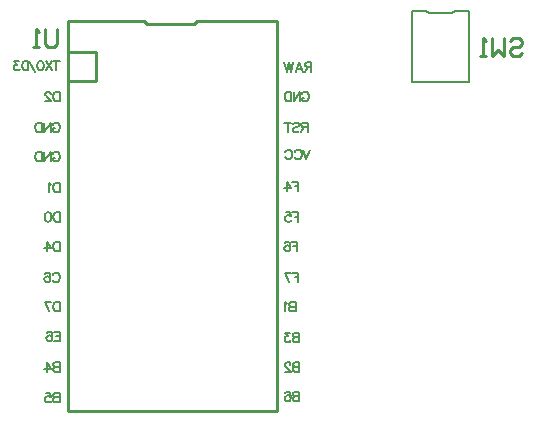
<source format=gbr>
%TF.GenerationSoftware,Altium Limited,Altium Designer,20.1.12 (249)*%
G04 Layer_Color=32896*
%FSLAX26Y26*%
%MOIN*%
%TF.SameCoordinates,D75832AC-A100-412D-90FB-EBA7F01B91C8*%
%TF.FilePolarity,Positive*%
%TF.FileFunction,Legend,Bot*%
%TF.Part,Single*%
G01*
G75*
%TA.AperFunction,NonConductor*%
%ADD19C,0.010000*%
%ADD20C,0.007874*%
%ADD21C,0.005906*%
D19*
X1257795Y3099213D02*
X1437795D01*
X739173Y1799213D02*
X1437795D01*
X739173Y3099213D02*
X907795D01*
X1005295Y3089213D02*
X1160295D01*
X739173Y1799213D02*
X739173Y3099213D01*
X1437795Y1799213D02*
X1437795Y3099213D01*
X1160295Y3089213D02*
X1170295Y3099213D01*
X1257795D01*
X995295D02*
X1005295Y3089213D01*
X907795Y3099213D02*
X995295D01*
X739173Y2997441D02*
X835630D01*
Y2901969D02*
Y2997441D01*
X740158Y2901969D02*
X835630D01*
X2213848Y3035348D02*
X2223845Y3045345D01*
X2243839D01*
X2253836Y3035348D01*
Y3025351D01*
X2243839Y3015354D01*
X2223845D01*
X2213848Y3005358D01*
Y2995361D01*
X2223845Y2985364D01*
X2243839D01*
X2253836Y2995361D01*
X2193855Y3045345D02*
Y2985364D01*
X2173861Y3005358D01*
X2153868Y2985364D01*
Y3045345D01*
X2133874Y2985364D02*
X2113881D01*
X2123878D01*
Y3045345D01*
X2133874Y3035348D01*
X704554Y3073297D02*
Y3023314D01*
X694557Y3013317D01*
X674564D01*
X664567Y3023314D01*
Y3073297D01*
X644573Y3013317D02*
X624580D01*
X634577D01*
Y3073297D01*
X644573Y3063301D01*
D20*
X1888189Y2898032D02*
Y3134252D01*
Y2898032D02*
X2077165D01*
Y3134252D01*
X1943307Y3126378D02*
X2022047D01*
X1935433Y3134252D02*
X1943307Y3126378D01*
X1888189Y3134252D02*
X1935433D01*
X2022047Y3126378D02*
X2029921Y3134252D01*
X2077165D01*
D21*
X1503937Y2364560D02*
Y2333071D01*
Y2364560D02*
X1484444D01*
X1503937Y2349565D02*
X1491941D01*
X1462851Y2360062D02*
X1464351Y2363061D01*
X1468849Y2364560D01*
X1471848D01*
X1476346Y2363061D01*
X1479345Y2358562D01*
X1480845Y2351065D01*
Y2343567D01*
X1479345Y2337569D01*
X1476346Y2334570D01*
X1471848Y2333071D01*
X1470348D01*
X1465850Y2334570D01*
X1462851Y2337569D01*
X1461351Y2342068D01*
Y2343567D01*
X1462851Y2348066D01*
X1465850Y2351065D01*
X1470348Y2352564D01*
X1471848D01*
X1476346Y2351065D01*
X1479345Y2348066D01*
X1480845Y2343567D01*
X690106Y2754700D02*
X691606Y2757700D01*
X694605Y2760698D01*
X697604Y2762198D01*
X703602D01*
X706601Y2760698D01*
X709600Y2757700D01*
X711099Y2754700D01*
X712599Y2750202D01*
Y2742704D01*
X711099Y2738206D01*
X709600Y2735207D01*
X706601Y2732208D01*
X703602Y2730709D01*
X697604D01*
X694605Y2732208D01*
X691606Y2735207D01*
X690106Y2738206D01*
Y2742704D01*
X697604D02*
X690106D01*
X682909Y2762198D02*
Y2730709D01*
Y2762198D02*
X661916Y2730709D01*
Y2762198D02*
Y2730709D01*
X653219Y2762198D02*
Y2730709D01*
Y2762198D02*
X642722D01*
X638224Y2760698D01*
X635225Y2757700D01*
X633726Y2754700D01*
X632226Y2750202D01*
Y2742704D01*
X633726Y2738206D01*
X635225Y2735207D01*
X638224Y2732208D01*
X642722Y2730709D01*
X653219D01*
X1551181Y2962985D02*
Y2931496D01*
Y2962985D02*
X1537686D01*
X1533187Y2961486D01*
X1531688Y2959986D01*
X1530188Y2956987D01*
Y2953988D01*
X1531688Y2950989D01*
X1533187Y2949490D01*
X1537686Y2947990D01*
X1551181D01*
X1540685D02*
X1530188Y2931496D01*
X1499149D02*
X1511145Y2962985D01*
X1523141Y2931496D01*
X1518642Y2941992D02*
X1503647D01*
X1491801Y2962985D02*
X1484304Y2931496D01*
X1476806Y2962985D02*
X1484304Y2931496D01*
X1476806Y2962985D02*
X1469309Y2931496D01*
X1461811Y2962985D02*
X1469309Y2931496D01*
X1520815Y2857063D02*
X1522314Y2860062D01*
X1525313Y2863061D01*
X1528312Y2864560D01*
X1534310D01*
X1537309Y2863061D01*
X1540308Y2860062D01*
X1541808Y2857063D01*
X1543307Y2852564D01*
Y2845067D01*
X1541808Y2840568D01*
X1540308Y2837569D01*
X1537309Y2834570D01*
X1534310Y2833071D01*
X1528312D01*
X1525313Y2834570D01*
X1522314Y2837569D01*
X1520815Y2840568D01*
Y2845067D01*
X1528312D02*
X1520815D01*
X1513617Y2864560D02*
Y2833071D01*
Y2864560D02*
X1492624Y2833071D01*
Y2864560D02*
Y2833071D01*
X1483927Y2864560D02*
Y2833071D01*
Y2864560D02*
X1473431D01*
X1468932Y2863061D01*
X1465933Y2860062D01*
X1464434Y2857063D01*
X1462934Y2852564D01*
Y2845067D01*
X1464434Y2840568D01*
X1465933Y2837569D01*
X1468932Y2834570D01*
X1473431Y2833071D01*
X1483927D01*
X1539370Y2762198D02*
Y2730709D01*
Y2762198D02*
X1525875D01*
X1521376Y2760698D01*
X1519877Y2759199D01*
X1518377Y2756200D01*
Y2753201D01*
X1519877Y2750202D01*
X1521376Y2748702D01*
X1525875Y2747203D01*
X1539370D01*
X1528874D02*
X1518377Y2730709D01*
X1490337Y2757700D02*
X1493336Y2760698D01*
X1497834Y2762198D01*
X1503832D01*
X1508331Y2760698D01*
X1511330Y2757700D01*
Y2754700D01*
X1509830Y2751702D01*
X1508331Y2750202D01*
X1505332Y2748702D01*
X1496335Y2745704D01*
X1493336Y2744204D01*
X1491836Y2742704D01*
X1490337Y2739706D01*
Y2735207D01*
X1493336Y2732208D01*
X1497834Y2730709D01*
X1503832D01*
X1508331Y2732208D01*
X1511330Y2735207D01*
X1472793Y2762198D02*
Y2730709D01*
X1483289Y2762198D02*
X1462296D01*
X1547244Y2671647D02*
X1535248Y2640157D01*
X1523252Y2671647D02*
X1535248Y2640157D01*
X1496711Y2664149D02*
X1498211Y2667148D01*
X1501210Y2670147D01*
X1504209Y2671647D01*
X1510207D01*
X1513206Y2670147D01*
X1516205Y2667148D01*
X1517704Y2664149D01*
X1519204Y2659651D01*
Y2652153D01*
X1517704Y2647655D01*
X1516205Y2644656D01*
X1513206Y2641657D01*
X1510207Y2640157D01*
X1504209D01*
X1501210Y2641657D01*
X1498211Y2644656D01*
X1496711Y2647655D01*
X1465372Y2664149D02*
X1466871Y2667148D01*
X1469870Y2670147D01*
X1472869Y2671647D01*
X1478867D01*
X1481866Y2670147D01*
X1484865Y2667148D01*
X1486365Y2664149D01*
X1487864Y2659651D01*
Y2652153D01*
X1486365Y2647655D01*
X1484865Y2644656D01*
X1481866Y2641657D01*
X1478867Y2640157D01*
X1472869D01*
X1469870Y2641657D01*
X1466871Y2644656D01*
X1465372Y2647655D01*
X1507874Y2565348D02*
Y2533858D01*
Y2565348D02*
X1488381D01*
X1507874Y2550353D02*
X1495878D01*
X1469787Y2565348D02*
X1484782Y2544355D01*
X1462290D01*
X1469787Y2565348D02*
Y2533858D01*
X1507874Y2462985D02*
Y2431496D01*
Y2462985D02*
X1488381D01*
X1507874Y2447990D02*
X1495878D01*
X1466788Y2462985D02*
X1481783D01*
X1483282Y2449490D01*
X1481783Y2450989D01*
X1477284Y2452489D01*
X1472786D01*
X1468287Y2450989D01*
X1465289Y2447990D01*
X1463789Y2443492D01*
Y2440493D01*
X1465289Y2435994D01*
X1468287Y2432995D01*
X1472786Y2431496D01*
X1477284D01*
X1481783Y2432995D01*
X1483282Y2434495D01*
X1484782Y2437494D01*
X1507874Y2262198D02*
Y2230709D01*
Y2262198D02*
X1488381D01*
X1507874Y2247203D02*
X1495878D01*
X1463789Y2262198D02*
X1478784Y2230709D01*
X1484782Y2262198D02*
X1463789D01*
X1500000Y2163773D02*
Y2132283D01*
Y2163773D02*
X1486505D01*
X1482006Y2162273D01*
X1480507Y2160774D01*
X1479007Y2157775D01*
Y2154776D01*
X1480507Y2151777D01*
X1482006Y2150277D01*
X1486505Y2148778D01*
X1500000D02*
X1486505D01*
X1482006Y2147278D01*
X1480507Y2145779D01*
X1479007Y2142780D01*
Y2138281D01*
X1480507Y2135282D01*
X1482006Y2133783D01*
X1486505Y2132283D01*
X1500000D01*
X1471960Y2157775D02*
X1468961Y2159274D01*
X1464462Y2163773D01*
Y2132283D01*
X1511811Y2061410D02*
Y2029921D01*
Y2061410D02*
X1498316D01*
X1493817Y2059911D01*
X1492318Y2058412D01*
X1490818Y2055412D01*
Y2052414D01*
X1492318Y2049414D01*
X1493817Y2047915D01*
X1498316Y2046416D01*
X1511811D02*
X1498316D01*
X1493817Y2044916D01*
X1492318Y2043417D01*
X1490818Y2040418D01*
Y2035919D01*
X1492318Y2032920D01*
X1493817Y2031421D01*
X1498316Y2029921D01*
X1511811D01*
X1480772Y2061410D02*
X1464277D01*
X1473274Y2049414D01*
X1468776D01*
X1465777Y2047915D01*
X1464277Y2046416D01*
X1462778Y2041917D01*
Y2038918D01*
X1464277Y2034420D01*
X1467276Y2031421D01*
X1471775Y2029921D01*
X1476273D01*
X1480772Y2031421D01*
X1482271Y2032920D01*
X1483771Y2035919D01*
X1511811Y1962985D02*
Y1931496D01*
Y1962985D02*
X1498316D01*
X1493817Y1961486D01*
X1492318Y1959986D01*
X1490818Y1956987D01*
Y1953988D01*
X1492318Y1950989D01*
X1493817Y1949490D01*
X1498316Y1947990D01*
X1511811D02*
X1498316D01*
X1493817Y1946491D01*
X1492318Y1944991D01*
X1490818Y1941993D01*
Y1937494D01*
X1492318Y1934495D01*
X1493817Y1932995D01*
X1498316Y1931496D01*
X1511811D01*
X1482271Y1955488D02*
Y1956987D01*
X1480772Y1959986D01*
X1479272Y1961486D01*
X1476273Y1962985D01*
X1470275D01*
X1467276Y1961486D01*
X1465777Y1959986D01*
X1464277Y1956987D01*
Y1953988D01*
X1465777Y1950989D01*
X1468776Y1946491D01*
X1483771Y1931496D01*
X1462778D01*
X1511811Y1864560D02*
Y1833071D01*
Y1864560D02*
X1498316D01*
X1493817Y1863061D01*
X1492318Y1861561D01*
X1490818Y1858562D01*
Y1855563D01*
X1492318Y1852564D01*
X1493817Y1851065D01*
X1498316Y1849565D01*
X1511811D02*
X1498316D01*
X1493817Y1848066D01*
X1492318Y1846566D01*
X1490818Y1843567D01*
Y1839069D01*
X1492318Y1836070D01*
X1493817Y1834570D01*
X1498316Y1833071D01*
X1511811D01*
X1465777Y1860062D02*
X1467276Y1863061D01*
X1471775Y1864560D01*
X1474774D01*
X1479272Y1863061D01*
X1482271Y1858562D01*
X1483771Y1851065D01*
Y1843567D01*
X1482271Y1837569D01*
X1479272Y1834570D01*
X1474774Y1833071D01*
X1473274D01*
X1468776Y1834570D01*
X1465777Y1837569D01*
X1464277Y1842068D01*
Y1843567D01*
X1465777Y1848066D01*
X1468776Y1851065D01*
X1473274Y1852564D01*
X1474774D01*
X1479272Y1851065D01*
X1482271Y1848066D01*
X1483771Y1843567D01*
X712598Y2864560D02*
Y2833071D01*
Y2864560D02*
X702102D01*
X697604Y2863061D01*
X694605Y2860062D01*
X693105Y2857063D01*
X691606Y2852564D01*
Y2845067D01*
X693105Y2840568D01*
X694605Y2837569D01*
X697604Y2834570D01*
X702102Y2833071D01*
X712598D01*
X683058Y2857063D02*
Y2858562D01*
X681559Y2861561D01*
X680059Y2863061D01*
X677061Y2864560D01*
X671063D01*
X668064Y2863061D01*
X666564Y2861561D01*
X665065Y2858562D01*
Y2855563D01*
X666564Y2852564D01*
X669563Y2848066D01*
X684558Y2833071D01*
X663565D01*
X690106Y2656275D02*
X691606Y2659274D01*
X694605Y2662273D01*
X697604Y2663773D01*
X703602D01*
X706601Y2662273D01*
X709600Y2659274D01*
X711099Y2656275D01*
X712599Y2651777D01*
Y2644279D01*
X711099Y2639781D01*
X709600Y2636782D01*
X706601Y2633783D01*
X703602Y2632283D01*
X697604D01*
X694605Y2633783D01*
X691606Y2636782D01*
X690106Y2639781D01*
Y2644279D01*
X697604D02*
X690106D01*
X682909Y2663773D02*
Y2632283D01*
Y2663773D02*
X661916Y2632283D01*
Y2663773D02*
Y2632283D01*
X653219Y2663773D02*
Y2632283D01*
Y2663773D02*
X642722D01*
X638224Y2662273D01*
X635225Y2659274D01*
X633726Y2656275D01*
X632226Y2651777D01*
Y2644279D01*
X633726Y2639781D01*
X635225Y2636782D01*
X638224Y2633783D01*
X642722Y2632283D01*
X653219D01*
X712598Y2561410D02*
Y2529921D01*
Y2561410D02*
X702102D01*
X697604Y2559911D01*
X694605Y2556912D01*
X693105Y2553913D01*
X691606Y2549414D01*
Y2541917D01*
X693105Y2537419D01*
X694605Y2534420D01*
X697604Y2531421D01*
X702102Y2529921D01*
X712598D01*
X684558Y2555412D02*
X681559Y2556912D01*
X677061Y2561410D01*
Y2529921D01*
X712598Y2462985D02*
Y2431496D01*
Y2462985D02*
X702102D01*
X697604Y2461486D01*
X694605Y2458487D01*
X693105Y2455488D01*
X691606Y2450989D01*
Y2443492D01*
X693105Y2438994D01*
X694605Y2435994D01*
X697604Y2432995D01*
X702102Y2431496D01*
X712598D01*
X675561Y2462985D02*
X680059Y2461486D01*
X683058Y2456987D01*
X684558Y2449490D01*
Y2444991D01*
X683058Y2437494D01*
X680059Y2432995D01*
X675561Y2431496D01*
X672562D01*
X668064Y2432995D01*
X665065Y2437494D01*
X663565Y2444991D01*
Y2449490D01*
X665065Y2456987D01*
X668064Y2461486D01*
X672562Y2462985D01*
X675561D01*
X712599Y2364560D02*
Y2333071D01*
Y2364560D02*
X702102D01*
X697604Y2363061D01*
X694605Y2360062D01*
X693106Y2357063D01*
X691606Y2352564D01*
Y2345067D01*
X693106Y2340568D01*
X694605Y2337569D01*
X697604Y2334570D01*
X702102Y2333071D01*
X712599D01*
X669563Y2364560D02*
X684558Y2343567D01*
X662066D01*
X669563Y2364560D02*
Y2333071D01*
X690106Y2254700D02*
X691606Y2257700D01*
X694605Y2260698D01*
X697604Y2262198D01*
X703601D01*
X706601Y2260698D01*
X709600Y2257700D01*
X711099Y2254700D01*
X712598Y2250202D01*
Y2242704D01*
X711099Y2238206D01*
X709600Y2235207D01*
X706601Y2232208D01*
X703601Y2230709D01*
X697604D01*
X694605Y2232208D01*
X691606Y2235207D01*
X690106Y2238206D01*
X663265Y2257700D02*
X664765Y2260698D01*
X669263Y2262198D01*
X672262D01*
X676761Y2260698D01*
X679760Y2256200D01*
X681259Y2248702D01*
Y2241205D01*
X679760Y2235207D01*
X676761Y2232208D01*
X672262Y2230709D01*
X670763D01*
X666264Y2232208D01*
X663265Y2235207D01*
X661766Y2239706D01*
Y2241205D01*
X663265Y2245704D01*
X666264Y2248702D01*
X670763Y2250202D01*
X672262D01*
X676761Y2248702D01*
X679760Y2245704D01*
X681259Y2241205D01*
X712598Y2163773D02*
Y2132283D01*
Y2163773D02*
X702102D01*
X697604Y2162273D01*
X694605Y2159274D01*
X693105Y2156275D01*
X691606Y2151777D01*
Y2144279D01*
X693105Y2139781D01*
X694605Y2136782D01*
X697604Y2133783D01*
X702102Y2132283D01*
X712598D01*
X663565Y2163773D02*
X678560Y2132283D01*
X684558Y2163773D02*
X663565D01*
X702102Y2967484D02*
Y2935994D01*
X712598Y2967484D02*
X691606D01*
X687857D02*
X666864Y2935994D01*
Y2967484D02*
X687857Y2935994D01*
X650819Y2967484D02*
X655318Y2965984D01*
X658317Y2961486D01*
X659816Y2953988D01*
Y2949490D01*
X658317Y2941992D01*
X655318Y2937494D01*
X650819Y2935994D01*
X647821D01*
X643322Y2937494D01*
X640323Y2941992D01*
X638823Y2949490D01*
Y2953988D01*
X640323Y2961486D01*
X643322Y2965984D01*
X647821Y2967484D01*
X650819D01*
X631776Y2931496D02*
X610783Y2967484D01*
X608684D02*
Y2935994D01*
Y2967484D02*
X598187D01*
X593689Y2965984D01*
X590690Y2962985D01*
X589190Y2959986D01*
X587691Y2955488D01*
Y2947990D01*
X589190Y2943492D01*
X590690Y2940493D01*
X593689Y2937494D01*
X598187Y2935994D01*
X608684D01*
X577644Y2967484D02*
X561150D01*
X570147Y2955488D01*
X565648D01*
X562649Y2953988D01*
X561150Y2952489D01*
X559650Y2947990D01*
Y2944992D01*
X561150Y2940493D01*
X564149Y2937494D01*
X568647Y2935994D01*
X573146D01*
X577644Y2937494D01*
X579144Y2938994D01*
X580643Y2941992D01*
X693105Y2065348D02*
X712598D01*
Y2033858D01*
X693105D01*
X712598Y2050353D02*
X700603D01*
X669863Y2060849D02*
X671362Y2063848D01*
X675861Y2065348D01*
X678860D01*
X683358Y2063848D01*
X686357Y2059350D01*
X687857Y2051852D01*
Y2044355D01*
X686357Y2038357D01*
X683358Y2035358D01*
X678860Y2033858D01*
X677360D01*
X672862Y2035358D01*
X669863Y2038357D01*
X668364Y2042855D01*
Y2044355D01*
X669863Y2048853D01*
X672862Y2051852D01*
X677360Y2053352D01*
X678860D01*
X683358Y2051852D01*
X686357Y2048853D01*
X687857Y2044355D01*
X712599Y1962985D02*
Y1931496D01*
Y1962985D02*
X699104D01*
X694605Y1961486D01*
X693106Y1959986D01*
X691606Y1956987D01*
Y1953988D01*
X693106Y1950989D01*
X694605Y1949490D01*
X699104Y1947990D01*
X712599D02*
X699104D01*
X694605Y1946491D01*
X693106Y1944991D01*
X691606Y1941993D01*
Y1937494D01*
X693106Y1934495D01*
X694605Y1932995D01*
X699104Y1931496D01*
X712599D01*
X669563Y1962985D02*
X684558Y1941993D01*
X662066D01*
X669563Y1962985D02*
Y1931496D01*
X712598Y1860623D02*
Y1829134D01*
Y1860623D02*
X699103D01*
X694605Y1859124D01*
X693105Y1857624D01*
X691606Y1854625D01*
Y1851626D01*
X693105Y1848627D01*
X694605Y1847128D01*
X699103Y1845628D01*
X712598D02*
X699103D01*
X694605Y1844129D01*
X693105Y1842629D01*
X691606Y1839630D01*
Y1835132D01*
X693105Y1832133D01*
X694605Y1830633D01*
X699103Y1829134D01*
X712598D01*
X666564Y1860623D02*
X681559D01*
X683058Y1847128D01*
X681559Y1848627D01*
X677061Y1850127D01*
X672562D01*
X668064Y1848627D01*
X665065Y1845628D01*
X663565Y1841130D01*
Y1838131D01*
X665065Y1833632D01*
X668064Y1830633D01*
X672562Y1829134D01*
X677061D01*
X681559Y1830633D01*
X683058Y1832133D01*
X684558Y1835132D01*
%TF.MD5,676bad290e5e9ad33a0722cb37c06e90*%
M02*

</source>
